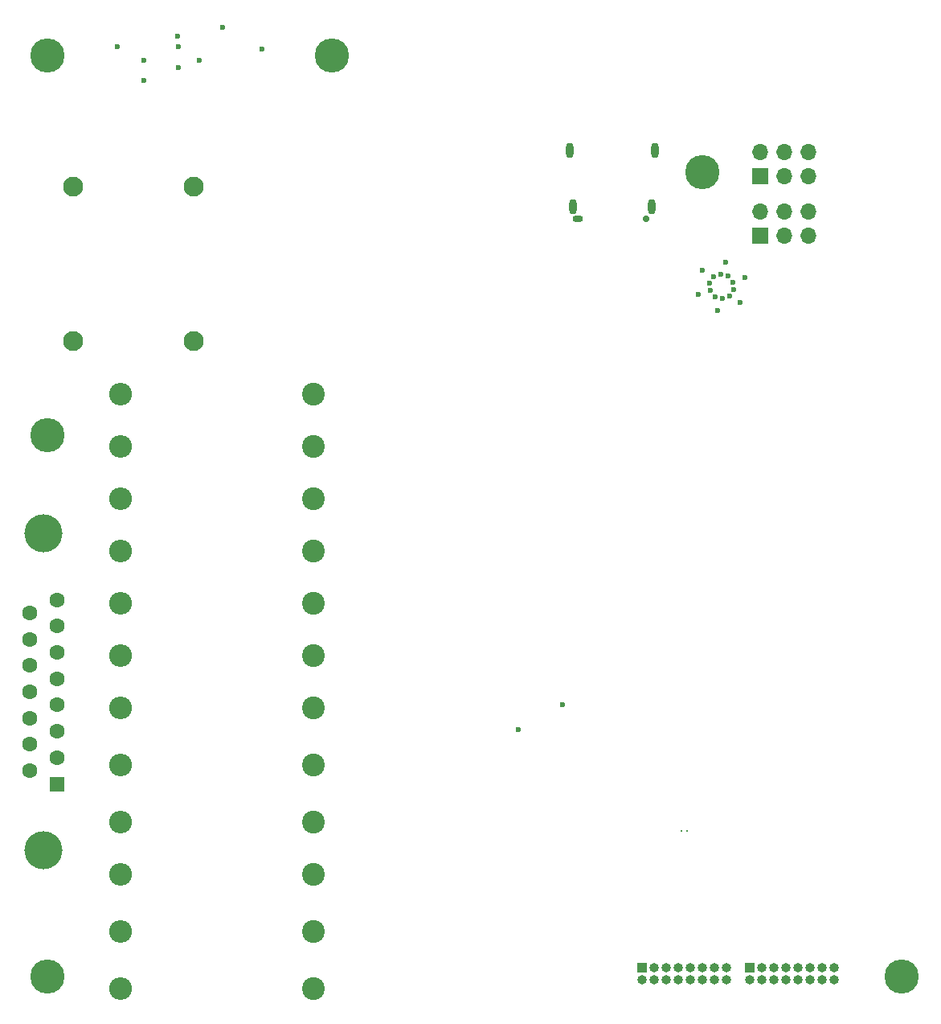
<source format=gbr>
%TF.GenerationSoftware,KiCad,Pcbnew,(5.1.9)-1*%
%TF.CreationDate,2021-07-25T18:06:35+01:00*%
%TF.ProjectId,P205,50323035-2e6b-4696-9361-645f70636258,rev?*%
%TF.SameCoordinates,Original*%
%TF.FileFunction,Copper,L3,Inr*%
%TF.FilePolarity,Positive*%
%FSLAX46Y46*%
G04 Gerber Fmt 4.6, Leading zero omitted, Abs format (unit mm)*
G04 Created by KiCad (PCBNEW (5.1.9)-1) date 2021-07-25 18:06:35*
%MOMM*%
%LPD*%
G01*
G04 APERTURE LIST*
%TA.AperFunction,ComponentPad*%
%ADD10C,2.100000*%
%TD*%
%TA.AperFunction,ComponentPad*%
%ADD11O,2.400000X2.400000*%
%TD*%
%TA.AperFunction,ComponentPad*%
%ADD12C,2.400000*%
%TD*%
%TA.AperFunction,ComponentPad*%
%ADD13C,3.600000*%
%TD*%
%TA.AperFunction,ComponentPad*%
%ADD14C,0.600000*%
%TD*%
%TA.AperFunction,ComponentPad*%
%ADD15O,1.700000X1.700000*%
%TD*%
%TA.AperFunction,ComponentPad*%
%ADD16R,1.700000X1.700000*%
%TD*%
%TA.AperFunction,ComponentPad*%
%ADD17O,1.000000X1.000000*%
%TD*%
%TA.AperFunction,ComponentPad*%
%ADD18R,1.000000X1.000000*%
%TD*%
%TA.AperFunction,ComponentPad*%
%ADD19C,0.700000*%
%TD*%
%TA.AperFunction,ComponentPad*%
%ADD20O,1.100000X0.700000*%
%TD*%
%TA.AperFunction,ComponentPad*%
%ADD21O,0.800000X1.600000*%
%TD*%
%TA.AperFunction,ComponentPad*%
%ADD22C,4.000000*%
%TD*%
%TA.AperFunction,ComponentPad*%
%ADD23C,1.600000*%
%TD*%
%TA.AperFunction,ComponentPad*%
%ADD24R,1.600000X1.600000*%
%TD*%
%TA.AperFunction,ViaPad*%
%ADD25C,0.600000*%
%TD*%
%TA.AperFunction,ViaPad*%
%ADD26C,0.250000*%
%TD*%
G04 APERTURE END LIST*
D10*
%TO.N,Net-(J5-PadTN1)*%
%TO.C,J5*%
X175400000Y-36870000D03*
%TO.N,Net-(J5-PadSN1)*%
X162700000Y-36870000D03*
%TO.N,/NTC2*%
X175400000Y-53100000D03*
%TO.N,/NTC1*%
X162700000Y-53100000D03*
%TD*%
D11*
%TO.N,/V5*%
%TO.C,R18*%
X167680000Y-75200000D03*
D12*
%TO.N,/ECG_AFE/ADS_V5*%
X188000000Y-75200000D03*
%TD*%
D11*
%TO.N,/V1*%
%TO.C,R14*%
X167680000Y-69700000D03*
D12*
%TO.N,/ECG_AFE/ADS_V1*%
X188000000Y-69700000D03*
%TD*%
D11*
%TO.N,/V2*%
%TO.C,R15*%
X167680000Y-121200000D03*
D12*
%TO.N,/ECG_AFE/ADS_V2*%
X188000000Y-121200000D03*
%TD*%
D13*
%TO.N,Earth*%
%TO.C,H6*%
X190000000Y-23000000D03*
%TD*%
%TO.N,Earth*%
%TO.C,H5*%
X160000000Y-23000000D03*
%TD*%
D14*
%TO.N,GNDS*%
%TO.C,NT1*%
X228582870Y-48212976D03*
%TO.N,GNDD*%
X229034925Y-45654041D03*
%TO.N,GNDREF*%
X231418117Y-44808801D03*
X233467130Y-46437024D03*
%TO.N,GNDD*%
X233015075Y-48995959D03*
%TO.N,GNDS*%
X230572945Y-49883935D03*
%TO.N,*%
X229779459Y-46988653D03*
X230215036Y-46320779D03*
X230959992Y-46036484D03*
X231729778Y-46244358D03*
X232230363Y-46865000D03*
X232270541Y-47661347D03*
X231834964Y-48329221D03*
X231090008Y-48613516D03*
X230320222Y-48405642D03*
X229819637Y-47785000D03*
%TD*%
D11*
%TO.N,/RA*%
%TO.C,R25*%
X167680000Y-115200000D03*
D12*
%TO.N,Net-(C5-Pad2)*%
X188000000Y-115200000D03*
%TD*%
D11*
%TO.N,/LA*%
%TO.C,R24*%
X167680000Y-97700000D03*
D12*
%TO.N,Net-(C4-Pad2)*%
X188000000Y-97700000D03*
%TD*%
D11*
%TO.N,/RL*%
%TO.C,R23*%
X167680000Y-58700000D03*
D12*
%TO.N,/ECG_AFE/ADS_RL*%
X188000000Y-58700000D03*
%TD*%
D11*
%TO.N,/LA*%
%TO.C,R22*%
X167680000Y-91700000D03*
D12*
%TO.N,/ECG_AFE/ADS_LA*%
X188000000Y-91700000D03*
%TD*%
D11*
%TO.N,/LL*%
%TO.C,R21*%
X167680000Y-80700000D03*
D12*
%TO.N,/ECG_AFE/ADS_LL*%
X188000000Y-80700000D03*
%TD*%
D11*
%TO.N,/RA*%
%TO.C,R20*%
X167680000Y-109200000D03*
D12*
%TO.N,/ECG_AFE/ADS_RA*%
X188000000Y-109200000D03*
%TD*%
D11*
%TO.N,/V6*%
%TO.C,R19*%
X167680000Y-64200000D03*
D12*
%TO.N,/ECG_AFE/ADS_V6*%
X188000000Y-64200000D03*
%TD*%
D11*
%TO.N,/V4*%
%TO.C,R17*%
X167680000Y-86200000D03*
D12*
%TO.N,/ECG_AFE/ADS_V4*%
X188000000Y-86200000D03*
%TD*%
D11*
%TO.N,/V3*%
%TO.C,R16*%
X167680000Y-103700000D03*
D12*
%TO.N,/ECG_AFE/ADS_V3*%
X188000000Y-103700000D03*
%TD*%
D15*
%TO.N,/BATT_RAW*%
%TO.C,J17*%
X240200000Y-33160000D03*
%TO.N,Net-(J11-Pad6)*%
X240200000Y-35700000D03*
%TO.N,/BATT*%
X237660000Y-33160000D03*
%TO.N,Net-(J11-Pad4)*%
X237660000Y-35700000D03*
%TO.N,/V_BUS*%
X235120000Y-33160000D03*
D16*
%TO.N,Net-(J11-Pad2)*%
X235120000Y-35700000D03*
%TD*%
D17*
%TO.N,N/C*%
%TO.C,J16*%
X231515000Y-120295000D03*
X231515000Y-119025000D03*
%TO.N,GNDD*%
X230245000Y-120295000D03*
X230245000Y-119025000D03*
X228975000Y-120295000D03*
X228975000Y-119025000D03*
%TO.N,/uC1_P0.24*%
X227705000Y-120295000D03*
%TO.N,/uC1_P0.23*%
X227705000Y-119025000D03*
%TO.N,/uC1_P0.22*%
X226435000Y-120295000D03*
%TO.N,/uC1_P0.20*%
X226435000Y-119025000D03*
%TO.N,/uC1_P0.19*%
X225165000Y-120295000D03*
%TO.N,/DVCC*%
X225165000Y-119025000D03*
X223895000Y-120295000D03*
X223895000Y-119025000D03*
%TO.N,/BATT*%
X222625000Y-120295000D03*
D18*
X222625000Y-119025000D03*
%TD*%
D19*
%TO.N,*%
%TO.C,J14*%
X223100000Y-40200000D03*
D20*
X215900000Y-40200000D03*
D21*
%TO.N,GNDREF*%
X223630000Y-38950000D03*
X215370000Y-38950000D03*
X215010000Y-33000000D03*
X223990000Y-33000000D03*
%TD*%
D15*
%TO.N,Net-(J11-Pad6)*%
%TO.C,J11*%
X240200000Y-39460000D03*
%TO.N,/BATT_RAW*%
X240200000Y-42000000D03*
%TO.N,Net-(J11-Pad4)*%
X237660000Y-39460000D03*
%TO.N,/BATT*%
X237660000Y-42000000D03*
%TO.N,Net-(J11-Pad2)*%
X235120000Y-39460000D03*
D16*
%TO.N,/V_BUS*%
X235120000Y-42000000D03*
%TD*%
D17*
%TO.N,N/C*%
%TO.C,J8*%
X242915000Y-120295000D03*
X242915000Y-119025000D03*
%TO.N,GNDD*%
X241645000Y-120295000D03*
X241645000Y-119025000D03*
X240375000Y-120295000D03*
X240375000Y-119025000D03*
%TO.N,/uC2_AIN0_P0.02*%
X239105000Y-120295000D03*
%TO.N,/uC1_AIN5_P0.29*%
X239105000Y-119025000D03*
%TO.N,/uC1_AIN4_P0.28*%
X237835000Y-120295000D03*
%TO.N,/uC1_AIN3_P0.05*%
X237835000Y-119025000D03*
%TO.N,/uC1_AIN2_P0.04*%
X236565000Y-120295000D03*
%TO.N,/uC1_AIN1_P0.03*%
X236565000Y-119025000D03*
%TO.N,/uC1_AIN0_P0.02*%
X235295000Y-120295000D03*
%TO.N,/DVCC*%
X235295000Y-119025000D03*
X234025000Y-120295000D03*
D18*
X234025000Y-119025000D03*
%TD*%
D22*
%TO.N,GNDS*%
%TO.C,J4*%
X159580000Y-106655000D03*
X159580000Y-73355000D03*
D23*
%TO.N,Net-(J4-Pad15)*%
X158160000Y-81695000D03*
%TO.N,/RL*%
X158160000Y-84465000D03*
%TO.N,Net-(J4-Pad13)*%
X158160000Y-87235000D03*
%TO.N,/V1*%
X158160000Y-90005000D03*
%TO.N,/LL*%
X158160000Y-92775000D03*
%TO.N,/LA*%
X158160000Y-95545000D03*
%TO.N,/RA*%
X158160000Y-98315000D03*
%TO.N,Net-(J4-Pad8)*%
X161000000Y-80310000D03*
%TO.N,Net-(J4-Pad7)*%
X161000000Y-83080000D03*
%TO.N,Net-(J4-Pad6)*%
X161000000Y-85850000D03*
%TO.N,/V6*%
X161000000Y-88620000D03*
%TO.N,/V5*%
X161000000Y-91390000D03*
%TO.N,/V4*%
X161000000Y-94160000D03*
%TO.N,/V3*%
X161000000Y-96930000D03*
D24*
%TO.N,/V2*%
X161000000Y-99700000D03*
%TD*%
D13*
%TO.N,GNDD*%
%TO.C,H4*%
X229000000Y-35300000D03*
%TD*%
%TO.N,GNDD*%
%TO.C,H3*%
X160000000Y-120000000D03*
%TD*%
%TO.N,GNDD*%
%TO.C,H2*%
X160000000Y-63000000D03*
%TD*%
%TO.N,GNDD*%
%TO.C,H1*%
X250000000Y-120000000D03*
%TD*%
D25*
%TO.N,/BTN_C*%
X170150000Y-25675000D03*
X170150000Y-23575000D03*
%TO.N,/BTN_RD*%
X173775000Y-22125000D03*
%TO.N,/BTN_LD*%
X173750000Y-21000000D03*
%TO.N,Net-(J18-Pad7)*%
X182625000Y-22350000D03*
%TO.N,Net-(C32-Pad2)*%
X209575000Y-94000000D03*
X214275000Y-91350000D03*
D26*
%TO.N,/uC1_AIN5_P0.29*%
X227355000Y-104605000D03*
%TO.N,/uC1_AIN4_P0.28*%
X226825000Y-104625000D03*
D25*
%TO.N,/BTN_LU*%
X178475000Y-20050000D03*
%TO.N,/BTN_RU*%
X175975000Y-23500000D03*
X173790000Y-24310000D03*
%TO.N,Net-(J18-Pad7)*%
X167325000Y-22110000D03*
%TD*%
M02*

</source>
